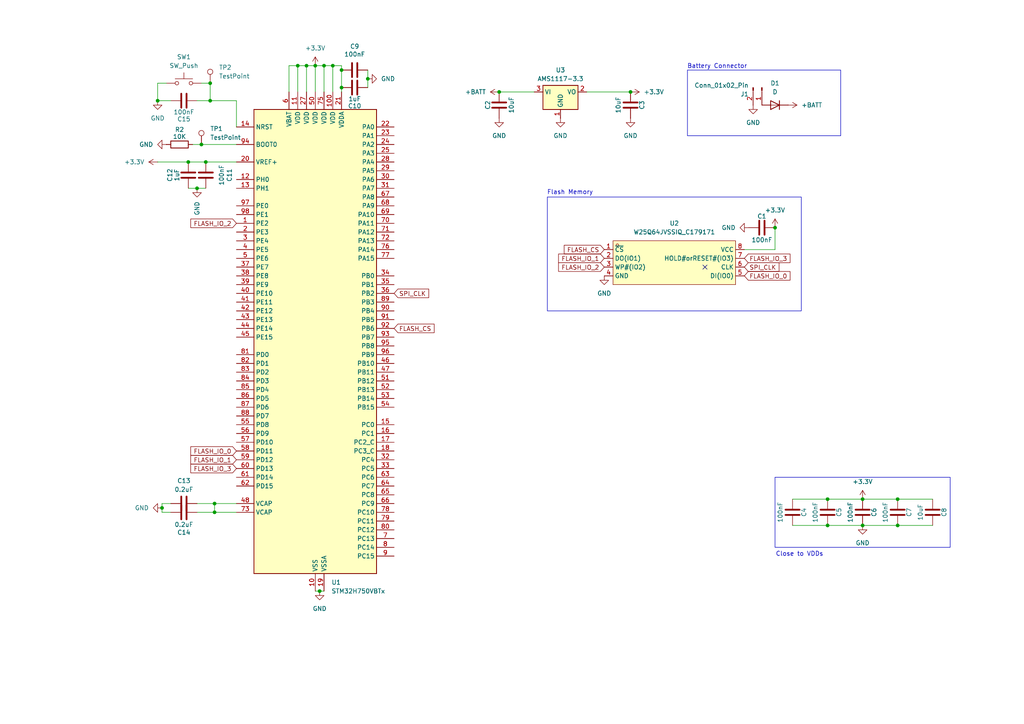
<source format=kicad_sch>
(kicad_sch (version 20250114) (generator "eeschema") (generator_version "9.0")
  (paper "A4")
  (lib_symbols
    (symbol "Connector:Conn_01x02_Pin" (pin_names (offset 1.016) (hide yes))
      (property "Reference" "J" (at 0 2.54 0))
      (property "Value" "Conn_01x02_Pin" (at 0 -5.08 0))
      (symbol "Conn_01x02_Pin_1_1"
        (rectangle (start 0.8636 0.127) (end 0 -0.127) (stroke (width 0.1524)) (fill (type outline)))
        (rectangle (start 0.8636 -2.413) (end 0 -2.667) (stroke (width 0.1524)) (fill (type outline)))
        (polyline (pts (xy 1.27 0) (xy 0.8636 0)) (stroke (width 0.1524)))
        (polyline (pts (xy 1.27 -2.54) (xy 0.8636 -2.54)) (stroke (width 0.1524)))
        (pin passive line (at 5.08 0 180) (length 3.81) (name "Pin_1") (number "1"))
        (pin passive line (at 5.08 -2.54 180) (length 3.81) (name "Pin_2") (number "2"))
      )
    )
    (symbol "Connector:TestPoint" (pin_numbers (hide yes)) (pin_names (offset 0.762) (hide yes))
      (property "Reference" "TP" (at 0 6.858 0))
      (property "Value" "TestPoint" (at 0 5.08 0))
      (symbol "TestPoint_0_1"
        (circle (center 0 3.302) (radius 0.762))
      )
      (symbol "TestPoint_1_1"
        (pin passive line (at 0 0 90) (length 2.54) (name "1") (number "1"))
      )
    )
    (symbol "Device:C" (pin_numbers (hide yes)) (pin_names (offset 0.254))
      (property "Reference" "C" (at 0.635 2.54 0))
      (property "Value" "C" (at 0.635 -2.54 0))
      (symbol "C_0_1"
        (polyline (pts (xy -2.032 0.762) (xy 2.032 0.762)) (stroke (width 0.508)))
        (polyline (pts (xy -2.032 -0.762) (xy 2.032 -0.762)) (stroke (width 0.508)))
      )
      (symbol "C_1_1"
        (pin passive line (at 0 3.81 270) (length 2.794) (name "~") (number "1"))
        (pin passive line (at 0 -3.81 90) (length 2.794) (name "~") (number "2"))
      )
    )
    (symbol "Device:D" (pin_numbers (hide yes)) (pin_names (offset 1.016) (hide yes))
      (property "Reference" "D" (at 0 2.54 0))
      (property "Value" "D" (at 0 -2.54 0))
      (symbol "D_0_1"
        (polyline (pts (xy -1.27 1.27) (xy -1.27 -1.27)) (stroke (width 0.254)))
        (polyline (pts (xy 1.27 1.27) (xy 1.27 -1.27) (xy -1.27 0) (xy 1.27 1.27)) (stroke (width 0.254)))
        (polyline (pts (xy 1.27 0) (xy -1.27 0)))
      )
      (symbol "D_1_1"
        (pin passive line (at -3.81 0 0) (length 2.54) (name "K") (number "1"))
        (pin passive line (at 3.81 0 180) (length 2.54) (name "A") (number "2"))
      )
    )
    (symbol "Device:R" (pin_numbers (hide yes)) (pin_names (offset 0))
      (property "Reference" "R" (at 2.032 0 90))
      (property "Value" "R" (at 0 0 90))
      (symbol "R_0_1"
        (rectangle (start -1.016 -2.54) (end 1.016 2.54) (stroke (width 0.254)))
      )
      (symbol "R_1_1"
        (pin passive line (at 0 3.81 270) (length 1.27) (name "~") (number "1"))
        (pin passive line (at 0 -3.81 90) (length 1.27) (name "~") (number "2"))
      )
    )
    (symbol "MCU_ST_STM32H7:STM32H750VBTx"
      (property "Reference" "U" (at -17.78 69.85 0))
      (property "Value" "STM32H750VBTx" (at 10.16 69.85 0))
      (symbol "STM32H750VBTx_0_1"
        (rectangle (start -17.78 -66.04) (end 17.78 68.58) (stroke (width 0.254)) (fill (type background)))
      )
      (symbol "STM32H750VBTx_1_1"
        (pin input line (at -22.86 63.5 0) (length 5.08) (name "NRST") (number "14"))
        (pin input line (at -22.86 58.42 0) (length 5.08) (name "BOOT0") (number "94"))
        (pin input line (at -22.86 53.34 0) (length 5.08) (name "VREF+") (number "20"))
        (pin bidirectional line (at -22.86 48.26 0) (length 5.08) (name "PH0") (number "12"))
        (pin bidirectional line (at -22.86 45.72 0) (length 5.08) (name "PH1") (number "13"))
        (pin bidirectional line (at -22.86 40.64 0) (length 5.08) (name "PE0") (number "97"))
        (pin bidirectional line (at -22.86 38.1 0) (length 5.08) (name "PE1") (number "98"))
        (pin bidirectional line (at -22.86 35.56 0) (length 5.08) (name "PE2") (number "1"))
        (pin bidirectional line (at -22.86 33.02 0) (length 5.08) (name "PE3") (number "2"))
        (pin bidirectional line (at -22.86 30.48 0) (length 5.08) (name "PE4") (number "3"))
        (pin bidirectional line (at -22.86 27.94 0) (length 5.08) (name "PE5") (number "4"))
        (pin bidirectional line (at -22.86 25.4 0) (length 5.08) (name "PE6") (number "5"))
        (pin bidirectional line (at -22.86 22.86 0) (length 5.08) (name "PE7") (number "37"))
        (pin bidirectional line (at -22.86 20.32 0) (length 5.08) (name "PE8") (number "38"))
        (pin bidirectional line (at -22.86 17.78 0) (length 5.08) (name "PE9") (number "39"))
        (pin bidirectional line (at -22.86 15.24 0) (length 5.08) (name "PE10") (number "40"))
        (pin bidirectional line (at -22.86 12.7 0) (length 5.08) (name "PE11") (number "41"))
        (pin bidirectional line (at -22.86 10.16 0) (length 5.08) (name "PE12") (number "42"))
        (pin bidirectional line (at -22.86 7.62 0) (length 5.08) (name "PE13") (number "43"))
        (pin bidirectional line (at -22.86 5.08 0) (length 5.08) (name "PE14") (number "44"))
        (pin bidirectional line (at -22.86 2.54 0) (length 5.08) (name "PE15") (number "45"))
        (pin bidirectional line (at -22.86 -2.54 0) (length 5.08) (name "PD0") (number "81"))
        (pin bidirectional line (at -22.86 -5.08 0) (length 5.08) (name "PD1") (number "82"))
        (pin bidirectional line (at -22.86 -7.62 0) (length 5.08) (name "PD2") (number "83"))
        (pin bidirectional line (at -22.86 -10.16 0) (length 5.08) (name "PD3") (number "84"))
        (pin bidirectional line (at -22.86 -12.7 0) (length 5.08) (name "PD4") (number "85"))
        (pin bidirectional line (at -22.86 -15.24 0) (length 5.08) (name "PD5") (number "86"))
        (pin bidirectional line (at -22.86 -17.78 0) (length 5.08) (name "PD6") (number "87"))
        (pin bidirectional line (at -22.86 -20.32 0) (length 5.08) (name "PD7") (number "88"))
        (pin bidirectional line (at -22.86 -22.86 0) (length 5.08) (name "PD8") (number "55"))
        (pin bidirectional line (at -22.86 -25.4 0) (length 5.08) (name "PD9") (number "56"))
        (pin bidirectional line (at -22.86 -27.94 0) (length 5.08) (name "PD10") (number "57"))
        (pin bidirectional line (at -22.86 -30.48 0) (length 5.08) (name "PD11") (number "58"))
        (pin bidirectional line (at -22.86 -33.02 0) (length 5.08) (name "PD12") (number "59"))
        (pin bidirectional line (at -22.86 -35.56 0) (length 5.08) (name "PD13") (number "60"))
        (pin bidirectional line (at -22.86 -38.1 0) (length 5.08) (name "PD14") (number "61"))
        (pin bidirectional line (at -22.86 -40.64 0) (length 5.08) (name "PD15") (number "62"))
        (pin power_out line (at -22.86 -45.72 0) (length 5.08) (name "VCAP") (number "48"))
        (pin power_out line (at -22.86 -48.26 0) (length 5.08) (name "VCAP") (number "73"))
        (pin power_in line (at -7.62 73.66 270) (length 5.08) (name "VBAT") (number "6"))
        (pin power_in line (at -5.08 73.66 270) (length 5.08) (name "VDD") (number "11"))
        (pin power_in line (at -2.54 73.66 270) (length 5.08) (name "VDD") (number "27"))
        (pin power_in line (at 0 73.66 270) (length 5.08) (name "VDD") (number "50"))
        (pin power_in line (at 0 -71.12 90) (length 5.08) (name "VSS") (number "10"))
        (pin passive line (at 0 -71.12 90) (length 5.08) (hide yes) (name "VSS") (number "26"))
        (pin passive line (at 0 -71.12 90) (length 5.08) (hide yes) (name "VSS") (number "49"))
        (pin passive line (at 0 -71.12 90) (length 5.08) (hide yes) (name "VSS") (number "74"))
        (pin passive line (at 0 -71.12 90) (length 5.08) (hide yes) (name "VSS") (number "99"))
        (pin power_in line (at 2.54 73.66 270) (length 5.08) (name "VDD") (number "75"))
        (pin power_in line (at 2.54 -71.12 90) (length 5.08) (name "VSSA") (number "19"))
        (pin power_in line (at 5.08 73.66 270) (length 5.08) (name "VDD") (number "100"))
        (pin power_in line (at 7.62 73.66 270) (length 5.08) (name "VDDA") (number "21"))
        (pin bidirectional line (at 22.86 63.5 180) (length 5.08) (name "PA0") (number "22"))
        (pin bidirectional line (at 22.86 60.96 180) (length 5.08) (name "PA1") (number "23"))
        (pin bidirectional line (at 22.86 58.42 180) (length 5.08) (name "PA2") (number "24"))
        (pin bidirectional line (at 22.86 55.88 180) (length 5.08) (name "PA3") (number "25"))
        (pin bidirectional line (at 22.86 53.34 180) (length 5.08) (name "PA4") (number "28"))
        (pin bidirectional line (at 22.86 50.8 180) (length 5.08) (name "PA5") (number "29"))
        (pin bidirectional line (at 22.86 48.26 180) (length 5.08) (name "PA6") (number "30"))
        (pin bidirectional line (at 22.86 45.72 180) (length 5.08) (name "PA7") (number "31"))
        (pin bidirectional line (at 22.86 43.18 180) (length 5.08) (name "PA8") (number "67"))
        (pin bidirectional line (at 22.86 40.64 180) (length 5.08) (name "PA9") (number "68"))
        (pin bidirectional line (at 22.86 38.1 180) (length 5.08) (name "PA10") (number "69"))
        (pin bidirectional line (at 22.86 35.56 180) (length 5.08) (name "PA11") (number "70"))
        (pin bidirectional line (at 22.86 33.02 180) (length 5.08) (name "PA12") (number "71"))
        (pin bidirectional line (at 22.86 30.48 180) (length 5.08) (name "PA13") (number "72"))
        (pin bidirectional line (at 22.86 27.94 180) (length 5.08) (name "PA14") (number "76"))
        (pin bidirectional line (at 22.86 25.4 180) (length 5.08) (name "PA15") (number "77"))
        (pin bidirectional line (at 22.86 20.32 180) (length 5.08) (name "PB0") (number "34"))
        (pin bidirectional line (at 22.86 17.78 180) (length 5.08) (name "PB1") (number "35"))
        (pin bidirectional line (at 22.86 15.24 180) (length 5.08) (name "PB2") (number "36"))
        (pin bidirectional line (at 22.86 12.7 180) (length 5.08) (name "PB3") (number "89"))
        (pin bidirectional line (at 22.86 10.16 180) (length 5.08) (name "PB4") (number "90"))
        (pin bidirectional line (at 22.86 7.62 180) (length 5.08) (name "PB5") (number "91"))
        (pin bidirectional line (at 22.86 5.08 180) (length 5.08) (name "PB6") (number "92"))
        (pin bidirectional line (at 22.86 2.54 180) (length 5.08) (name "PB7") (number "93"))
        (pin bidirectional line (at 22.86 0 180) (length 5.08) (name "PB8") (number "95"))
        (pin bidirectional line (at 22.86 -2.54 180) (length 5.08) (name "PB9") (number "96"))
        (pin bidirectional line (at 22.86 -5.08 180) (length 5.08) (name "PB10") (number "46"))
        (pin bidirectional line (at 22.86 -7.62 180) (length 5.08) (name "PB11") (number "47"))
        (pin bidirectional line (at 22.86 -10.16 180) (length 5.08) (name "PB12") (number "51"))
        (pin bidirectional line (at 22.86 -12.7 180) (length 5.08) (name "PB13") (number "52"))
        (pin bidirectional line (at 22.86 -15.24 180) (length 5.08) (name "PB14") (number "53"))
        (pin bidirectional line (at 22.86 -17.78 180) (length 5.08) (name "PB15") (number "54"))
        (pin bidirectional line (at 22.86 -22.86 180) (length 5.08) (name "PC0") (number "15"))
        (pin bidirectional line (at 22.86 -25.4 180) (length 5.08) (name "PC1") (number "16"))
        (pin bidirectional line (at 22.86 -27.94 180) (length 5.08) (name "PC2_C") (number "17"))
        (pin bidirectional line (at 22.86 -30.48 180) (length 5.08) (name "PC3_C") (number "18"))
        (pin bidirectional line (at 22.86 -33.02 180) (length 5.08) (name "PC4") (number "32"))
        (pin bidirectional line (at 22.86 -35.56 180) (length 5.08) (name "PC5") (number "33"))
        (pin bidirectional line (at 22.86 -38.1 180) (length 5.08) (name "PC6") (number "63"))
        (pin bidirectional line (at 22.86 -40.64 180) (length 5.08) (name "PC7") (number "64"))
        (pin bidirectional line (at 22.86 -43.18 180) (length 5.08) (name "PC8") (number "65"))
        (pin bidirectional line (at 22.86 -45.72 180) (length 5.08) (name "PC9") (number "66"))
        (pin bidirectional line (at 22.86 -48.26 180) (length 5.08) (name "PC10") (number "78"))
        (pin bidirectional line (at 22.86 -50.8 180) (length 5.08) (name "PC11") (number "79"))
        (pin bidirectional line (at 22.86 -53.34 180) (length 5.08) (name "PC12") (number "80"))
        (pin bidirectional line (at 22.86 -55.88 180) (length 5.08) (name "PC13") (number "7"))
        (pin bidirectional line (at 22.86 -58.42 180) (length 5.08) (name "PC14") (number "8"))
        (pin bidirectional line (at 22.86 -60.96 180) (length 5.08) (name "PC15") (number "9"))
      )
    )
    (symbol "Regulator_Linear:AMS1117-3.3"
      (property "Reference" "U" (at -3.81 3.175 0))
      (property "Value" "AMS1117-3.3" (at 0 3.175 0))
      (symbol "AMS1117-3.3_0_1"
        (rectangle (start -5.08 -5.08) (end 5.08 1.905) (stroke (width 0.254)) (fill (type background)))
      )
      (symbol "AMS1117-3.3_1_1"
        (pin power_in line (at -7.62 0 0) (length 2.54) (name "VI") (number "3"))
        (pin power_in line (at 0 -7.62 90) (length 2.54) (name "GND") (number "1"))
        (pin power_out line (at 7.62 0 180) (length 2.54) (name "VO") (number "2"))
      )
    )
    (symbol "Switch:SW_Push" (pin_numbers (hide yes)) (pin_names (offset 1.016) (hide yes))
      (property "Reference" "SW" (at 1.27 2.54 0))
      (property "Value" "SW_Push" (at 0 -1.524 0))
      (symbol "SW_Push_0_1"
        (circle (center -2.032 0) (radius 0.508))
        (polyline (pts (xy 0 1.27) (xy 0 3.048)))
        (circle (center 2.032 0) (radius 0.508))
        (polyline (pts (xy 2.54 1.27) (xy -2.54 1.27)))
        (pin passive line (at -5.08 0 0) (length 2.54) (name "1") (number "1"))
        (pin passive line (at 5.08 0 180) (length 2.54) (name "2") (number "2"))
      )
    )
    (symbol "lcsc:W25Q64JVSSIQ_C179171"
      (property "Reference" "U" (at 0 8.89 0))
      (property "Value" "W25Q64JVSSIQ_C179171" (at 0 -8.89 0))
      (symbol "W25Q64JVSSIQ_C179171_0_1"
        (rectangle (start -17.78 6.35) (end 17.78 -6.35) (fill (type background)))
        (circle (center -16.51 5.08) (radius 0.38))
        (pin unspecified line (at -20.32 3.81 0) (length 2.54) (name "~{CS}") (number "1"))
        (pin unspecified line (at -20.32 1.27 0) (length 2.54) (name "DO(IO1)") (number "2"))
        (pin unspecified line (at -20.32 -1.27 0) (length 2.54) (name "WP#(IO2)") (number "3"))
        (pin unspecified line (at -20.32 -3.81 0) (length 2.54) (name "GND") (number "4"))
        (pin unspecified line (at 20.32 3.81 180) (length 2.54) (name "VCC") (number "8"))
        (pin unspecified line (at 20.32 1.27 180) (length 2.54) (name "HOLD#orRESET#(IO3)") (number "7"))
        (pin unspecified line (at 20.32 -1.27 180) (length 2.54) (name "CLK") (number "6"))
        (pin unspecified line (at 20.32 -3.81 180) (length 2.54) (name "DI(IO0)") (number "5"))
      )
    )
    (symbol "power:+3.3V" (power) (pin_numbers (hide yes)) (pin_names (offset 0) (hide yes))
      (property "Value" "+3.3V" (at 0 3.556 0))
      (symbol "+3.3V_0_1"
        (polyline (pts (xy -0.762 1.27) (xy 0 2.54)))
        (polyline (pts (xy 0 2.54) (xy 0.762 1.27)))
        (polyline (pts (xy 0 0) (xy 0 2.54)))
      )
      (symbol "+3.3V_1_1"
        (pin power_in line (at 0 0 90) (length 0) (name "~") (number "1"))
      )
    )
    (symbol "power:+BATT" (power) (pin_numbers (hide yes)) (pin_names (offset 0) (hide yes))
      (property "Value" "+BATT" (at 0 3.556 0))
      (symbol "+BATT_0_1"
        (polyline (pts (xy -0.762 1.27) (xy 0 2.54)))
        (polyline (pts (xy 0 2.54) (xy 0.762 1.27)))
        (polyline (pts (xy 0 0) (xy 0 2.54)))
      )
      (symbol "+BATT_1_1"
        (pin power_in line (at 0 0 90) (length 0) (name "~") (number "1"))
      )
    )
    (symbol "power:GND" (power) (pin_numbers (hide yes)) (pin_names (offset 0) (hide yes))
      (property "Value" "GND" (at 0 -3.81 0))
      (symbol "GND_0_1"
        (polyline (pts (xy 0 0) (xy 0 -1.27) (xy 1.27 -1.27) (xy 0 -2.54) (xy -1.27 -1.27) (xy 0 -1.27)))
      )
      (symbol "GND_1_1"
        (pin power_in line (at 0 0 270) (length 0) (name "~") (number "1"))
      )
    )
  )
  (rectangle (start 224.79 138.43) (end 275.59 158.75))
  (rectangle (start 158.75 57.15) (end 232.41 90.17))
  (rectangle (start 199.39 20.32) (end 243.84 39.37))
  (text "Battery Connector" (at 208.026 19.304 0) (effects (font (size 1.27 1.27))))
  (text "Flash Memory" (at 165.354 55.88 0) (effects (font (size 1.27 1.27))))
  (text "Close to VDDs" (at 231.902 160.782 0) (effects (font (size 1.27 1.27))))
  (junction (at 59.69 46.99))
  (junction (at 250.19 144.78))
  (junction (at 60.96 29.21))
  (junction (at 99.06 20.32))
  (junction (at 91.44 19.05))
  (junction (at 62.23 148.59))
  (junction (at 260.35 152.4))
  (junction (at 182.88 26.67))
  (junction (at 62.23 146.05))
  (junction (at 99.06 25.4))
  (junction (at 86.36 19.05))
  (junction (at 260.35 144.78))
  (junction (at 57.15 54.61))
  (junction (at 46.99 147.32))
  (junction (at 96.52 19.05))
  (junction (at 92.71 171.45))
  (junction (at 54.61 46.99))
  (junction (at 93.98 19.05))
  (junction (at 144.78 26.67))
  (junction (at 88.9 19.05))
  (junction (at 240.03 152.4))
  (junction (at 106.68 22.86))
  (junction (at 58.42 41.91))
  (junction (at 250.19 152.4))
  (junction (at 240.03 144.78))
  (junction (at 60.96 24.13))
  (junction (at 45.72 29.21))
  (junction (at 224.79 66.04))
  (no_connect (at 204.47 77.47))
  (no_connect (at 251.46 -100.33))
  (wire (pts (xy 96.52 19.05) (xy 99.06 19.05)))
  (wire (pts (xy 240.03 152.4) (xy 250.19 152.4)))
  (wire (pts (xy 99.06 20.32) (xy 99.06 25.4)))
  (wire (pts (xy 62.23 146.05) (xy 62.23 148.59)))
  (wire (pts (xy 57.15 29.21) (xy 60.96 29.21)))
  (wire (pts (xy 45.72 46.99) (xy 54.61 46.99)))
  (wire (pts (xy 99.06 25.4) (xy 99.06 26.67)))
  (wire (pts (xy 224.79 66.04) (xy 224.79 72.39)))
  (wire (pts (xy 96.52 19.05) (xy 96.52 26.67)))
  (wire (pts (xy 229.87 152.4) (xy 240.03 152.4)))
  (wire (pts (xy 250.19 144.78) (xy 260.35 144.78)))
  (wire (pts (xy 54.61 46.99) (xy 59.69 46.99)))
  (wire (pts (xy 59.69 54.61) (xy 57.15 54.61)))
  (wire (pts (xy 59.69 46.99) (xy 68.58 46.99)))
  (wire (pts (xy 45.72 24.13) (xy 48.26 24.13)))
  (wire (pts (xy 46.99 148.59) (xy 49.53 148.59)))
  (wire (pts (xy 250.19 152.4) (xy 260.35 152.4)))
  (wire (pts (xy 49.53 29.21) (xy 45.72 29.21)))
  (wire (pts (xy 60.96 29.21) (xy 68.58 29.21)))
  (wire (pts (xy 62.23 146.05) (xy 68.58 146.05)))
  (wire (pts (xy 57.15 148.59) (xy 62.23 148.59)))
  (wire (pts (xy 83.82 19.05) (xy 83.82 26.67)))
  (wire (pts (xy 86.36 19.05) (xy 86.36 26.67)))
  (wire (pts (xy 91.44 19.05) (xy 93.98 19.05)))
  (wire (pts (xy 58.42 24.13) (xy 60.96 24.13)))
  (wire (pts (xy 170.18 26.67) (xy 182.88 26.67)))
  (wire (pts (xy 62.23 148.59) (xy 68.58 148.59)))
  (wire (pts (xy 46.99 146.05) (xy 46.99 147.32)))
  (wire (pts (xy 58.42 41.91) (xy 68.58 41.91)))
  (wire (pts (xy 93.98 19.05) (xy 93.98 26.67)))
  (wire (pts (xy 260.35 144.78) (xy 270.51 144.78)))
  (wire (pts (xy 68.58 29.21) (xy 68.58 36.83)))
  (wire (pts (xy 88.9 19.05) (xy 91.44 19.05)))
  (wire (pts (xy 83.82 19.05) (xy 86.36 19.05)))
  (wire (pts (xy 106.68 22.86) (xy 106.68 25.4)))
  (wire (pts (xy 57.15 54.61) (xy 54.61 54.61)))
  (wire (pts (xy 106.68 20.32) (xy 106.68 22.86)))
  (wire (pts (xy 91.44 19.05) (xy 91.44 26.67)))
  (wire (pts (xy 92.71 171.45) (xy 91.44 171.45)))
  (wire (pts (xy 88.9 19.05) (xy 88.9 26.67)))
  (wire (pts (xy 57.15 146.05) (xy 62.23 146.05)))
  (wire (pts (xy 144.78 26.67) (xy 154.94 26.67)))
  (wire (pts (xy 45.72 29.21) (xy 45.72 24.13)))
  (wire (pts (xy 86.36 19.05) (xy 88.9 19.05)))
  (wire (pts (xy 99.06 20.32) (xy 99.06 19.05)))
  (wire (pts (xy 46.99 147.32) (xy 46.99 148.59)))
  (wire (pts (xy 92.71 171.45) (xy 93.98 171.45)))
  (wire (pts (xy 55.88 41.91) (xy 58.42 41.91)))
  (wire (pts (xy 229.87 144.78) (xy 240.03 144.78)))
  (wire (pts (xy 240.03 144.78) (xy 250.19 144.78)))
  (wire (pts (xy 260.35 152.4) (xy 270.51 152.4)))
  (wire (pts (xy 46.99 146.05) (xy 49.53 146.05)))
  (wire (pts (xy 60.96 24.13) (xy 60.96 29.21)))
  (wire (pts (xy 224.79 72.39) (xy 215.9 72.39)))
  (wire (pts (xy 93.98 19.05) (xy 96.52 19.05)))
  (global_label "FLASH_IO_1" (shape input) (at 175.26 74.93 180) (property "Intersheetrefs" "${INTERSHEET_REFS}" (effects (hide yes))))
  (global_label "FLASH_CS" (shape input) (at 114.3 95.25 0) (property "Intersheetrefs" "${INTERSHEET_REFS}" (effects (hide yes))))
  (global_label "FLASH_IO_0" (shape input) (at 215.9 80.01 0) (property "Intersheetrefs" "${INTERSHEET_REFS}" (effects (hide yes))))
  (global_label "FLASH_IO_2" (shape input) (at 175.26 77.47 180) (property "Intersheetrefs" "${INTERSHEET_REFS}" (effects (hide yes))))
  (global_label "FLASH_IO_1" (shape input) (at 68.58 133.35 180) (property "Intersheetrefs" "${INTERSHEET_REFS}" (effects (hide yes))))
  (global_label "FLASH_CS" (shape input) (at 175.26 72.39 180) (property "Intersheetrefs" "${INTERSHEET_REFS}" (effects (hide yes))))
  (global_label "FLASH_IO_3" (shape input) (at 215.9 74.93 0) (property "Intersheetrefs" "${INTERSHEET_REFS}" (effects (hide yes))))
  (global_label "SPI_CLK" (shape input) (at 114.3 85.09 0) (property "Intersheetrefs" "${INTERSHEET_REFS}" (effects (hide yes))))
  (global_label "FLASH_IO_2" (shape input) (at 68.58 64.77 180) (property "Intersheetrefs" "${INTERSHEET_REFS}" (effects (hide yes))))
  (global_label "FLASH_IO_0" (shape input) (at 68.58 130.81 180) (property "Intersheetrefs" "${INTERSHEET_REFS}" (effects (hide yes))))
  (global_label "FLASH_IO_3" (shape input) (at 68.58 135.89 180) (property "Intersheetrefs" "${INTERSHEET_REFS}" (effects (hide yes))))
  (global_label "SPI_CLK" (shape input) (at 215.9 77.47 0) (property "Intersheetrefs" "${INTERSHEET_REFS}" (effects (hide yes))))
  (symbol (lib_id "power:GND") (at 46.99 147.32 270) (unit 1)
    (property "Reference" "#PWR018" (effects (hide yes)))
    (property "Value" "GND" (at 43.18 147.3199 90) (effects (justify right)))
    (property "Description" "Power symbol creates a global label with name \"GND\" , ground" (effects (hide yes)))
  )
  (symbol (lib_id "Device:C") (at 53.34 146.05 90) (unit 1)
    (property "Reference" "C13" (at 53.34 139.446 90))
    (property "Value" "0.2uF" (at 53.34 141.986 90))
    (property "Description" "Unpolarized capacitor" (effects (hide yes)))
  )
  (symbol (lib_id "Device:C") (at 220.98 66.04 90) (unit 1)
    (property "Reference" "C1" (at 220.98 62.738 90))
    (property "Value" "100nF" (at 220.98 69.596 90))
    (property "Description" "Unpolarized capacitor" (effects (hide yes)))
  )
  (symbol (lib_id "Device:C") (at 53.34 148.59 90) (unit 1)
    (property "Reference" "C14" (at 53.34 154.432 90))
    (property "Value" "0.2uF" (at 53.34 152.146 90))
    (property "Description" "Unpolarized capacitor" (effects (hide yes)))
  )
  (symbol (lib_id "Switch:SW_Push") (at 53.34 24.13 0) (unit 1)
    (property "Reference" "SW1" (at 53.34 16.51 0))
    (property "Value" "SW_Push" (at 53.34 19.05 0))
    (property "Description" "Push button switch, generic, two pins" (effects (hide yes)))
  )
  (symbol (lib_id "lcsc:W25Q64JVSSIQ_C179171") (at 195.58 76.2 0) (unit 1)
    (property "Reference" "U2" (at 195.58 64.77 0))
    (property "Value" "W25Q64JVSSIQ_C179171" (at 195.58 67.31 0))
    (property "Footprint" "lcsc:SOIC-8_L5.3-W5.3-P1.27-LS8.0-BL" (effects (hide yes)))
    (property "Datasheet" "https://lcsc.com/product-detail/New-Arrivals_Winbond-Elec-W25Q64JVSSIQ_C179171.html" (effects (hide yes)))
    (property "LCSC Part" "C179171" (effects (hide yes)))
  )
  (symbol (lib_id "power:GND") (at 48.26 41.91 270) (unit 1)
    (property "Reference" "#PWR019" (effects (hide yes)))
    (property "Value" "GND" (at 44.45 41.9099 90) (effects (justify right)))
    (property "Description" "Power symbol creates a global label with name \"GND\" , ground" (effects (hide yes)))
  )
  (symbol (lib_id "Device:C") (at 229.87 148.59 0) (unit 1)
    (property "Reference" "C4" (at 233.172 148.59 90))
    (property "Value" "100nF" (at 226.314 148.59 90))
    (property "Description" "Unpolarized capacitor" (effects (hide yes)))
  )
  (symbol (lib_id "power:GND") (at 57.15 54.61 0) (unit 1)
    (property "Reference" "#PWR017" (effects (hide yes)))
    (property "Value" "GND" (at 57.1501 58.42 90) (effects (justify right)))
    (property "Description" "Power symbol creates a global label with name \"GND\" , ground" (effects (hide yes)))
  )
  (symbol (lib_id "Device:C") (at 182.88 30.48 0) (unit 1)
    (property "Reference" "C3" (at 186.182 30.48 90))
    (property "Value" "10uF" (at 179.324 30.48 90))
    (property "Description" "Unpolarized capacitor" (effects (hide yes)))
  )
  (symbol (lib_id "power:GND") (at 175.26 80.01 0) (unit 1)
    (property "Reference" "#PWR01" (effects (hide yes)))
    (property "Value" "GND" (at 175.26 85.09 0))
    (property "Description" "Power symbol creates a global label with name \"GND\" , ground" (effects (hide yes)))
  )
  (symbol (lib_id "Device:C") (at 250.19 148.59 0) (unit 1)
    (property "Reference" "C6" (at 253.492 148.59 90))
    (property "Value" "100nF" (at 246.634 148.59 90))
    (property "Description" "Unpolarized capacitor" (effects (hide yes)))
  )
  (symbol (lib_id "power:+BATT") (at 228.6 30.48 270) (unit 1)
    (property "Reference" "#PWR07" (effects (hide yes)))
    (property "Value" "+BATT" (at 232.41 30.4799 90) (effects (justify left)))
    (property "Description" "Power symbol creates a global label with name \"+BATT\"" (effects (hide yes)))
  )
  (symbol (lib_id "power:+BATT") (at 144.78 26.67 90) (unit 1)
    (property "Reference" "#PWR05" (effects (hide yes)))
    (property "Value" "+BATT" (at 140.97 26.6699 90) (effects (justify left)))
    (property "Description" "Power symbol creates a global label with name \"+BATT\"" (effects (hide yes)))
  )
  (symbol (lib_id "Device:C") (at 144.78 30.48 180) (unit 1)
    (property "Reference" "C2" (at 141.478 30.48 90))
    (property "Value" "10uF" (at 148.336 30.48 90))
    (property "Description" "Unpolarized capacitor" (effects (hide yes)))
  )
  (symbol (lib_id "Device:C") (at 102.87 25.4 270) (unit 1)
    (property "Reference" "C10" (at 102.87 30.734 90))
    (property "Value" "1uF" (at 102.87 28.702 90))
    (property "Description" "Unpolarized capacitor" (effects (hide yes)))
  )
  (symbol (lib_id "power:GND") (at 182.88 34.29 0) (unit 1)
    (property "Reference" "#PWR09" (effects (hide yes)))
    (property "Value" "GND" (at 182.88 39.37 0))
    (property "Description" "Power symbol creates a global label with name \"GND\" , ground" (effects (hide yes)))
  )
  (symbol (lib_id "power:GND") (at 217.17 66.04 270) (unit 1)
    (property "Reference" "#PWR03" (effects (hide yes)))
    (property "Value" "GND" (at 213.36 66.0399 90) (effects (justify right)))
    (property "Description" "Power symbol creates a global label with name \"GND\" , ground" (effects (hide yes)))
  )
  (symbol (lib_id "Device:C") (at 54.61 50.8 180) (unit 1)
    (property "Reference" "C12" (at 49.276 50.8 90))
    (property "Value" "1uF" (at 51.308 50.8 90))
    (property "Description" "Unpolarized capacitor" (effects (hide yes)))
  )
  (symbol (lib_id "Device:C") (at 270.51 148.59 0) (unit 1)
    (property "Reference" "C8" (at 273.812 148.59 90))
    (property "Value" "10uF" (at 266.954 148.59 90))
    (property "Description" "Unpolarized capacitor" (effects (hide yes)))
  )
  (symbol (lib_id "Connector:TestPoint") (at 58.42 41.91 0) (unit 1)
    (property "Reference" "TP1" (at 60.96 37.3379 0) (effects (justify left)))
    (property "Value" "TestPoint" (at 60.96 39.8779 0) (effects (justify left)))
    (property "Description" "test point" (effects (hide yes)))
  )
  (symbol (lib_id "power:GND") (at 144.78 34.29 0) (unit 1)
    (property "Reference" "#PWR06" (effects (hide yes)))
    (property "Value" "GND" (at 144.78 39.37 0))
    (property "Description" "Power symbol creates a global label with name \"GND\" , ground" (effects (hide yes)))
  )
  (symbol (lib_id "power:+3.3V") (at 91.44 19.05 0) (unit 1)
    (property "Reference" "#PWR011" (effects (hide yes)))
    (property "Value" "+3.3V" (at 91.44 13.97 0))
    (property "Description" "Power symbol creates a global label with name \"+3.3V\"" (effects (hide yes)))
  )
  (symbol (lib_id "Regulator_Linear:AMS1117-3.3") (at 162.56 26.67 0) (unit 1)
    (property "Reference" "U3" (at 162.56 20.32 0))
    (property "Value" "AMS1117-3.3" (at 162.56 22.86 0))
    (property "Footprint" "Package_TO_SOT_SMD:SOT-223-3_TabPin2" (effects (hide yes)))
    (property "Datasheet" "http://www.advanced-monolithic.com/pdf/ds1117.pdf" (effects (hide yes)))
    (property "Description" "1A Low Dropout regulator, positive, 3.3V fixed output, SOT-223" (effects (hide yes)))
  )
  (symbol (lib_id "power:+3.3V") (at 182.88 26.67 270) (unit 1)
    (property "Reference" "#PWR010" (effects (hide yes)))
    (property "Value" "+3.3V" (at 186.69 26.6699 90) (effects (justify left)))
    (property "Description" "Power symbol creates a global label with name \"+3.3V\"" (effects (hide yes)))
  )
  (symbol (lib_id "Device:C") (at 260.35 148.59 0) (unit 1)
    (property "Reference" "C7" (at 263.652 148.59 90))
    (property "Value" "100nF" (at 256.794 148.59 90))
    (property "Description" "Unpolarized capacitor" (effects (hide yes)))
  )
  (symbol (lib_id "power:GND") (at 218.44 30.48 0) (unit 1)
    (property "Reference" "#PWR08" (effects (hide yes)))
    (property "Value" "GND" (at 218.44 35.56 0))
    (property "Description" "Power symbol creates a global label with name \"GND\" , ground" (effects (hide yes)))
  )
  (symbol (lib_id "power:+3.3V") (at 224.79 66.04 0) (unit 1)
    (property "Reference" "#PWR02" (effects (hide yes)))
    (property "Value" "+3.3V" (at 224.79 60.96 0))
    (property "Description" "Power symbol creates a global label with name \"+3.3V\"" (effects (hide yes)))
  )
  (symbol (lib_id "power:+3.3V") (at 250.19 144.78 0) (unit 1)
    (property "Reference" "#PWR012" (effects (hide yes)))
    (property "Value" "+3.3V" (at 250.19 139.7 0))
    (property "Description" "Power symbol creates a global label with name \"+3.3V\"" (effects (hide yes)))
  )
  (symbol (lib_id "Device:D") (at 224.79 30.48 180) (unit 1)
    (property "Reference" "D1" (at 224.79 24.13 0))
    (property "Value" "D" (at 224.79 26.67 0))
    (property "Description" "Diode" (effects (hide yes)))
    (property "Sim.Device" "D" (effects (hide yes)))
    (property "Sim.Pins" "1=K 2=A" (effects (hide yes)))
  )
  (symbol (lib_id "Connector:Conn_01x02_Pin") (at 220.98 25.4 270) (unit 1)
    (property "Reference" "J1" (at 217.17 27.3051 90) (effects (justify right)))
    (property "Value" "Conn_01x02_Pin" (at 217.17 24.7651 90) (effects (justify right)))
    (property "Description" "Generic connector, single row, 01x02, script generated" (effects (hide yes)))
  )
  (symbol (lib_id "Device:R") (at 52.07 41.91 90) (unit 1)
    (property "Reference" "R2" (at 52.07 37.592 90))
    (property "Value" "10K" (at 52.07 39.624 90))
    (property "Description" "Resistor" (effects (hide yes)))
  )
  (symbol (lib_id "Device:C") (at 102.87 20.32 90) (unit 1)
    (property "Reference" "C9" (at 102.87 13.462 90))
    (property "Value" "100nF" (at 102.87 15.748 90))
    (property "Description" "Unpolarized capacitor" (effects (hide yes)))
  )
  (symbol (lib_id "power:GND") (at 162.56 34.29 0) (unit 1)
    (property "Reference" "#PWR04" (effects (hide yes)))
    (property "Value" "GND" (at 162.56 39.37 0))
    (property "Description" "Power symbol creates a global label with name \"GND\" , ground" (effects (hide yes)))
  )
  (symbol (lib_id "power:GND") (at 106.68 22.86 90) (unit 1)
    (property "Reference" "#PWR016" (effects (hide yes)))
    (property "Value" "GND" (at 110.49 22.8599 90) (effects (justify right)))
    (property "Description" "Power symbol creates a global label with name \"GND\" , ground" (effects (hide yes)))
  )
  (symbol (lib_id "MCU_ST_STM32H7:STM32H750VBTx") (at 91.44 100.33 0) (unit 1)
    (property "Reference" "U1" (at 96.1233 168.91 0) (effects (justify left)))
    (property "Value" "STM32H750VBTx" (at 96.1233 171.45 0) (effects (justify left)))
    (property "Footprint" "Package_QFP:LQFP-100_14x14mm_P0.5mm" (effects (hide yes)))
    (property "Datasheet" "https://www.st.com/resource/en/datasheet/stm32h750vb.pdf" (effects (hide yes)))
    (property "Description" "STMicroelectronics Arm Cortex-M7 MCU, 128KB flash, 1024KB RAM, 480 MHz, 1.71-3.6V, 82 GPIO, LQFP100" (effects (hide yes)))
  )
  (symbol (lib_id "power:GND") (at 92.71 171.45 0) (unit 1)
    (property "Reference" "#PWR015" (effects (hide yes)))
    (property "Value" "GND" (at 92.71 176.53 0))
    (property "Description" "Power symbol creates a global label with name \"GND\" , ground" (effects (hide yes)))
  )
  (symbol (lib_id "power:GND") (at 250.19 152.4 0) (unit 1)
    (property "Reference" "#PWR013" (effects (hide yes)))
    (property "Value" "GND" (at 250.19 157.48 0))
    (property "Description" "Power symbol creates a global label with name \"GND\" , ground" (effects (hide yes)))
  )
  (symbol (lib_id "power:GND") (at 45.72 29.21 0) (unit 1)
    (property "Reference" "#PWR020" (effects (hide yes)))
    (property "Value" "GND" (at 45.72 34.29 0))
    (property "Description" "Power symbol creates a global label with name \"GND\" , ground" (effects (hide yes)))
  )
  (symbol (lib_id "Device:C") (at 59.69 50.8 0) (unit 1)
    (property "Reference" "C11" (at 66.548 50.8 90))
    (property "Value" "100nF" (at 64.262 50.8 90))
    (property "Description" "Unpolarized capacitor" (effects (hide yes)))
  )
  (symbol (lib_id "Device:C") (at 53.34 29.21 270) (unit 1)
    (property "Reference" "C15" (at 53.34 34.544 90))
    (property "Value" "100nF" (at 53.34 32.512 90))
    (property "Description" "Unpolarized capacitor" (effects (hide yes)))
  )
  (symbol (lib_id "power:+3.3V") (at 45.72 46.99 90) (unit 1)
    (property "Reference" "#PWR014" (effects (hide yes)))
    (property "Value" "+3.3V" (at 41.91 46.9899 90) (effects (justify left)))
    (property "Description" "Power symbol creates a global label with name \"+3.3V\"" (effects (hide yes)))
  )
  (symbol (lib_id "Connector:TestPoint") (at 60.96 24.13 0) (unit 1)
    (property "Reference" "TP2" (at 63.5 19.5579 0) (effects (justify left)))
    (property "Value" "TestPoint" (at 63.5 22.0979 0) (effects (justify left)))
    (property "Description" "test point" (effects (hide yes)))
  )
  (symbol (lib_id "Device:C") (at 240.03 148.59 0) (unit 1)
    (property "Reference" "C5" (at 243.332 148.59 90))
    (property "Value" "100nF" (at 236.474 148.59 90))
    (property "Description" "Unpolarized capacitor" (effects (hide yes)))
  )
)
</source>
